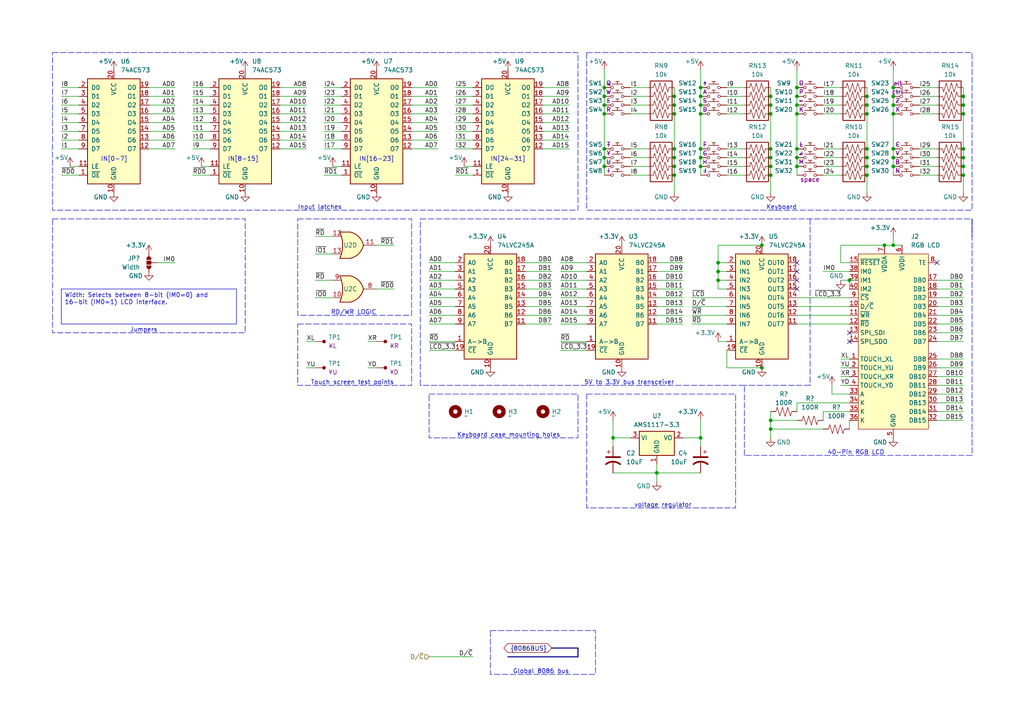
<source format=kicad_sch>
(kicad_sch (version 20230121) (generator eeschema)
  (paper "A4")
  (title_block (title "8086 computer") (date "2023.11.19") (rev "V1.3.0") (company "Eldad Hellerman") (comment 1 "Open Source: github.com/EldadHellerman/8086-computer"))
  (junction (at 231.14 45.72))
  (junction (at 259.08 45.72))
  (junction (at 195.58 48.26))
  (junction (at 251.46 33.02))
  (junction (at 223.52 45.72))
  (junction (at 203.2 25.4))
  (junction (at 279.4 48.26))
  (junction (at 195.58 33.02))
  (junction (at 223.52 48.26))
  (junction (at 231.14 43.18))
  (junction (at 220.98 71.12))
  (junction (at 203.2 48.26))
  (junction (at 203.2 27.94))
  (junction (at 231.14 27.94))
  (junction (at 231.14 30.48))
  (junction (at 259.08 30.48))
  (junction (at 175.26 43.18))
  (junction (at 259.08 48.26))
  (junction (at 256.54 71.12))
  (junction (at 223.52 50.8))
  (junction (at 259.08 71.12))
  (junction (at 223.52 30.48))
  (junction (at 251.46 27.94))
  (junction (at 220.98 106.68))
  (junction (at 175.26 27.94))
  (junction (at 246.38 81.28))
  (junction (at 259.08 27.94))
  (junction (at 231.14 48.26))
  (junction (at 195.58 43.18))
  (junction (at 223.52 121.92))
  (junction (at 195.58 50.8))
  (junction (at 175.26 25.4))
  (junction (at 223.52 124.46))
  (junction (at 279.4 30.48))
  (junction (at 203.2 30.48))
  (junction (at 175.26 48.26))
  (junction (at 203.2 33.02))
  (junction (at 177.8 127))
  (junction (at 203.2 127))
  (junction (at 251.46 50.8))
  (junction (at 279.4 27.94))
  (junction (at 223.52 27.94))
  (junction (at 195.58 27.94))
  (junction (at 231.14 25.4))
  (junction (at 251.46 43.18))
  (junction (at 223.52 43.18))
  (junction (at 259.08 43.18))
  (junction (at 175.26 45.72))
  (junction (at 251.46 48.26))
  (junction (at 190.5 137.16))
  (junction (at 223.52 33.02))
  (junction (at 259.08 25.4))
  (junction (at 279.4 33.02))
  (junction (at 259.08 33.02))
  (junction (at 279.4 50.8))
  (junction (at 195.58 45.72))
  (junction (at 279.4 43.18))
  (junction (at 279.4 45.72))
  (junction (at 251.46 45.72))
  (junction (at 208.28 78.74))
  (junction (at 195.58 30.48))
  (junction (at 175.26 33.02))
  (junction (at 251.46 30.48))
  (junction (at 175.26 30.48))
  (junction (at 203.2 43.18))
  (junction (at 231.14 33.02))
  (junction (at 208.28 76.2))
  (junction (at 203.2 45.72))
  (junction (at 208.28 81.28))
  (no_connect (at 231.14 81.28))
  (no_connect (at 231.14 83.82))
  (no_connect (at 231.14 78.74))
  (no_connect (at 271.78 76.2))
  (no_connect (at 246.38 99.06))
  (no_connect (at 246.38 96.52))
  (no_connect (at 231.14 76.2))
  (wire (pts (xy 132.08 86.36) (xy 124.46 86.36)))
  (wire (pts (xy 119.38 43.18) (xy 127 43.18)))
  (wire (pts (xy 91.44 86.36) (xy 96.52 86.36)))
  (wire (pts (xy 238.76 45.72) (xy 243.84 45.72)))
  (wire (pts (xy 182.88 48.26) (xy 187.96 48.26)))
  (wire (pts (xy 93.98 27.94) (xy 99.06 27.94)))
  (wire (pts (xy 137.16 30.48) (xy 132.08 30.48)))
  (wire (pts (xy 190.5 78.74) (xy 198.12 78.74)))
  (wire (pts (xy 200.66 93.98) (xy 210.82 93.98)))
  (wire (pts (xy 91.44 81.28) (xy 96.52 81.28)))
  (wire (pts (xy 190.5 83.82) (xy 198.12 83.82)))
  (polyline (pts (xy 281.94 132.08) (xy 215.9 132.08)) (stroke (width 0) (type dash)))
  (wire (pts (xy 175.26 45.72) (xy 175.26 48.26)))
  (wire (pts (xy 81.28 33.02) (xy 88.9 33.02)))
  (wire (pts (xy 132.08 78.74) (xy 124.46 78.74)))
  (wire (pts (xy 182.88 30.48) (xy 187.96 30.48)))
  (wire (pts (xy 106.68 106.68) (xy 109.22 106.68)))
  (bus (pts (xy 147.32 190.5) (xy 167.64 190.5)))
  (wire (pts (xy 60.96 43.18) (xy 55.88 43.18)))
  (wire (pts (xy 170.18 91.44) (xy 162.56 91.44)))
  (wire (pts (xy 182.88 25.4) (xy 187.96 25.4)))
  (wire (pts (xy 170.18 76.2) (xy 162.56 76.2)))
  (wire (pts (xy 238.76 50.8) (xy 243.84 50.8)))
  (wire (pts (xy 22.86 30.48) (xy 17.78 30.48)))
  (wire (pts (xy 132.08 91.44) (xy 124.46 91.44)))
  (wire (pts (xy 91.44 73.66) (xy 96.52 73.66)))
  (wire (pts (xy 195.58 43.18) (xy 195.58 45.72)))
  (wire (pts (xy 182.88 43.18) (xy 187.96 43.18)))
  (polyline (pts (xy 281.94 63.5) (xy 281.94 68.58)))
  (wire (pts (xy 238.76 78.74) (xy 246.38 78.74)))
  (wire (pts (xy 152.4 88.9) (xy 160.02 88.9)))
  (wire (pts (xy 55.88 50.8) (xy 60.96 50.8)))
  (wire (pts (xy 259.08 45.72) (xy 259.08 48.26)))
  (wire (pts (xy 58.42 48.26) (xy 60.96 48.26)))
  (wire (pts (xy 17.78 27.94) (xy 22.86 27.94)))
  (wire (pts (xy 60.96 38.1) (xy 55.88 38.1)))
  (wire (pts (xy 271.78 93.98) (xy 279.4 93.98)))
  (wire (pts (xy 251.46 50.8) (xy 251.46 55.88)))
  (wire (pts (xy 251.46 25.4) (xy 251.46 27.94)))
  (wire (pts (xy 93.98 25.4) (xy 99.06 25.4)))
  (wire (pts (xy 81.28 35.56) (xy 88.9 35.56)))
  (wire (pts (xy 157.48 43.18) (xy 165.1 43.18)))
  (wire (pts (xy 55.88 27.94) (xy 60.96 27.94)))
  (wire (pts (xy 251.46 33.02) (xy 251.46 43.18)))
  (wire (pts (xy 99.06 43.18) (xy 93.98 43.18)))
  (wire (pts (xy 259.08 20.32) (xy 259.08 25.4)))
  (wire (pts (xy 43.18 33.02) (xy 50.8 33.02)))
  (wire (pts (xy 259.08 43.18) (xy 259.08 45.72)))
  (wire (pts (xy 170.18 93.98) (xy 162.56 93.98)))
  (wire (pts (xy 43.18 25.4) (xy 50.8 25.4)))
  (wire (pts (xy 132.08 50.8) (xy 137.16 50.8)))
  (wire (pts (xy 271.78 121.92) (xy 279.4 121.92)))
  (wire (pts (xy 259.08 30.48) (xy 259.08 33.02)))
  (wire (pts (xy 203.2 25.4) (xy 203.2 27.94)))
  (wire (pts (xy 43.18 43.18) (xy 50.8 43.18)))
  (wire (pts (xy 203.2 45.72) (xy 203.2 48.26)))
  (wire (pts (xy 243.84 106.68) (xy 246.38 106.68)))
  (wire (pts (xy 231.14 27.94) (xy 231.14 30.48)))
  (wire (pts (xy 259.08 27.94) (xy 259.08 30.48)))
  (wire (pts (xy 266.7 48.26) (xy 271.78 48.26)))
  (wire (pts (xy 190.5 86.36) (xy 198.12 86.36)))
  (wire (pts (xy 93.98 33.02) (xy 99.06 33.02)))
  (wire (pts (xy 99.06 38.1) (xy 93.98 38.1)))
  (wire (pts (xy 279.4 25.4) (xy 279.4 27.94)))
  (wire (pts (xy 279.4 48.26) (xy 279.4 50.8)))
  (wire (pts (xy 259.08 33.02) (xy 259.08 43.18)))
  (wire (pts (xy 271.78 96.52) (xy 279.4 96.52)))
  (wire (pts (xy 203.2 33.02) (xy 203.2 43.18)))
  (wire (pts (xy 88.9 99.06) (xy 91.44 99.06)))
  (wire (pts (xy 45.72 76.2) (xy 50.8 76.2)))
  (wire (pts (xy 190.5 76.2) (xy 198.12 76.2)))
  (wire (pts (xy 279.4 30.48) (xy 279.4 33.02)))
  (wire (pts (xy 43.18 40.64) (xy 50.8 40.64)))
  (wire (pts (xy 91.44 68.58) (xy 96.52 68.58)))
  (wire (pts (xy 266.7 50.8) (xy 271.78 50.8)))
  (wire (pts (xy 266.7 30.48) (xy 271.78 30.48)))
  (wire (pts (xy 119.38 35.56) (xy 127 35.56)))
  (wire (pts (xy 55.88 25.4) (xy 60.96 25.4)))
  (wire (pts (xy 231.14 93.98) (xy 246.38 93.98)))
  (wire (pts (xy 231.14 20.32) (xy 231.14 25.4)))
  (wire (pts (xy 132.08 27.94) (xy 137.16 27.94)))
  (wire (pts (xy 195.58 27.94) (xy 195.58 30.48)))
  (wire (pts (xy 231.14 91.44) (xy 246.38 91.44)))
  (wire (pts (xy 119.38 27.94) (xy 127 27.94)))
  (wire (pts (xy 223.52 124.46) (xy 223.52 121.92)))
  (wire (pts (xy 162.56 99.06) (xy 170.18 99.06)))
  (wire (pts (xy 177.8 127) (xy 177.8 129.54)))
  (wire (pts (xy 279.4 43.18) (xy 279.4 45.72)))
  (wire (pts (xy 271.78 83.82) (xy 279.4 83.82)))
  (polyline (pts (xy 215.9 111.76) (xy 121.92 111.76)) (stroke (width 0) (type dash)))
  (wire (pts (xy 157.48 30.48) (xy 165.1 30.48)))
  (wire (pts (xy 132.08 93.98) (xy 124.46 93.98)))
  (wire (pts (xy 190.5 137.16) (xy 203.2 137.16)))
  (wire (pts (xy 243.84 71.12) (xy 256.54 71.12)))
  (wire (pts (xy 256.54 71.12) (xy 259.08 71.12)))
  (wire (pts (xy 162.56 101.6) (xy 170.18 101.6)))
  (wire (pts (xy 208.28 83.82) (xy 210.82 83.82)))
  (wire (pts (xy 157.48 27.94) (xy 165.1 27.94)))
  (wire (pts (xy 271.78 116.84) (xy 279.4 116.84)))
  (wire (pts (xy 223.52 119.38) (xy 223.52 121.92)))
  (wire (pts (xy 175.26 48.26) (xy 175.26 50.8)))
  (wire (pts (xy 119.38 38.1) (xy 127 38.1)))
  (wire (pts (xy 177.8 127) (xy 182.88 127)))
  (wire (pts (xy 175.26 33.02) (xy 175.26 43.18)))
  (wire (pts (xy 246.38 76.2) (xy 243.84 76.2)))
  (wire (pts (xy 195.58 33.02) (xy 195.58 43.18)))
  (wire (pts (xy 223.52 27.94) (xy 223.52 30.48)))
  (wire (pts (xy 93.98 50.8) (xy 99.06 50.8)))
  (wire (pts (xy 152.4 78.74) (xy 160.02 78.74)))
  (wire (pts (xy 271.78 109.22) (xy 279.4 109.22)))
  (wire (pts (xy 157.48 25.4) (xy 165.1 25.4)))
  (wire (pts (xy 231.14 33.02) (xy 231.14 43.18)))
  (bus (pts (xy 167.64 187.96) (xy 167.64 190.5)))
  (bus (pts (xy 160.02 187.96) (xy 167.64 187.96)))
  (wire (pts (xy 43.18 35.56) (xy 50.8 35.56)))
  (wire (pts (xy 119.38 30.48) (xy 127 30.48)))
  (wire (pts (xy 238.76 121.92) (xy 238.76 119.38)))
  (wire (pts (xy 109.22 83.82) (xy 114.3 83.82)))
  (wire (pts (xy 208.28 71.12) (xy 208.28 76.2)))
  (wire (pts (xy 152.4 91.44) (xy 160.02 91.44)))
  (wire (pts (xy 119.38 33.02) (xy 127 33.02)))
  (wire (pts (xy 271.78 114.3) (xy 279.4 114.3)))
  (wire (pts (xy 200.66 86.36) (xy 210.82 86.36)))
  (wire (pts (xy 17.78 25.4) (xy 22.86 25.4)))
  (wire (pts (xy 223.52 25.4) (xy 223.52 27.94)))
  (wire (pts (xy 203.2 43.18) (xy 203.2 45.72)))
  (wire (pts (xy 132.08 88.9) (xy 124.46 88.9)))
  (wire (pts (xy 152.4 83.82) (xy 160.02 83.82)))
  (wire (pts (xy 198.12 127) (xy 203.2 127)))
  (wire (pts (xy 266.7 43.18) (xy 271.78 43.18)))
  (wire (pts (xy 238.76 27.94) (xy 243.84 27.94)))
  (wire (pts (xy 106.68 99.06) (xy 109.22 99.06)))
  (wire (pts (xy 190.5 88.9) (xy 198.12 88.9)))
  (wire (pts (xy 210.82 25.4) (xy 215.9 25.4)))
  (wire (pts (xy 223.52 33.02) (xy 223.52 43.18)))
  (wire (pts (xy 243.84 104.14) (xy 246.38 104.14)))
  (wire (pts (xy 203.2 27.94) (xy 203.2 30.48)))
  (wire (pts (xy 170.18 83.82) (xy 162.56 83.82)))
  (wire (pts (xy 243.84 111.76) (xy 246.38 111.76)))
  (wire (pts (xy 20.32 48.26) (xy 22.86 48.26)))
  (wire (pts (xy 259.08 48.26) (xy 259.08 50.8)))
  (wire (pts (xy 266.7 33.02) (xy 271.78 33.02)))
  (wire (pts (xy 81.28 25.4) (xy 88.9 25.4)))
  (wire (pts (xy 271.78 81.28) (xy 279.4 81.28)))
  (polyline (pts (xy 215.9 132.08) (xy 215.9 111.76)) (stroke (width 0) (type dash)))
  (wire (pts (xy 17.78 50.8) (xy 22.86 50.8)))
  (wire (pts (xy 157.48 40.64) (xy 165.1 40.64)))
  (wire (pts (xy 81.28 43.18) (xy 88.9 43.18)))
  (wire (pts (xy 175.26 20.32) (xy 175.26 25.4)))
  (wire (pts (xy 124.46 190.5) (xy 137.16 190.5)))
  (wire (pts (xy 203.2 127) (xy 203.2 129.54)))
  (wire (pts (xy 271.78 111.76) (xy 279.4 111.76)))
  (wire (pts (xy 238.76 30.48) (xy 243.84 30.48)))
  (wire (pts (xy 271.78 119.38) (xy 279.4 119.38)))
  (wire (pts (xy 99.06 30.48) (xy 93.98 30.48)))
  (wire (pts (xy 231.14 43.18) (xy 231.14 45.72)))
  (wire (pts (xy 96.52 48.26) (xy 99.06 48.26)))
  (wire (pts (xy 195.58 25.4) (xy 195.58 27.94)))
  (wire (pts (xy 182.88 27.94) (xy 187.96 27.94)))
  (wire (pts (xy 170.18 88.9) (xy 162.56 88.9)))
  (wire (pts (xy 99.06 40.64) (xy 93.98 40.64)))
  (wire (pts (xy 22.86 40.64) (xy 17.78 40.64)))
  (wire (pts (xy 208.28 99.06) (xy 210.82 99.06)))
  (wire (pts (xy 223.52 45.72) (xy 223.52 48.26)))
  (wire (pts (xy 279.4 45.72) (xy 279.4 48.26)))
  (wire (pts (xy 195.58 30.48) (xy 195.58 33.02)))
  (wire (pts (xy 271.78 104.14) (xy 279.4 104.14)))
  (wire (pts (xy 175.26 30.48) (xy 175.26 33.02)))
  (wire (pts (xy 157.48 38.1) (xy 165.1 38.1)))
  (wire (pts (xy 231.14 86.36) (xy 246.38 86.36)))
  (wire (pts (xy 271.78 88.9) (xy 279.4 88.9)))
  (wire (pts (xy 251.46 30.48) (xy 251.46 33.02)))
  (wire (pts (xy 132.08 25.4) (xy 137.16 25.4)))
  (wire (pts (xy 157.48 33.02) (xy 165.1 33.02)))
  (wire (pts (xy 175.26 27.94) (xy 175.26 30.48)))
  (polyline (pts (xy 121.92 63.5) (xy 281.94 63.5)) (stroke (width 0) (type dash)))
  (wire (pts (xy 190.5 93.98) (xy 198.12 93.98)))
  (wire (pts (xy 81.28 27.94) (xy 88.9 27.94)))
  (wire (pts (xy 238.76 33.02) (xy 243.84 33.02)))
  (wire (pts (xy 190.5 81.28) (xy 198.12 81.28)))
  (wire (pts (xy 243.84 81.28) (xy 246.38 81.28)))
  (wire (pts (xy 210.82 101.6) (xy 210.82 106.68)))
  (wire (pts (xy 246.38 81.28) (xy 246.38 83.82)))
  (wire (pts (xy 81.28 40.64) (xy 88.9 40.64)))
  (wire (pts (xy 208.28 81.28) (xy 208.28 78.74)))
  (wire (pts (xy 231.14 116.84) (xy 246.38 116.84)))
  (wire (pts (xy 132.08 76.2) (xy 124.46 76.2)))
  (wire (pts (xy 60.96 30.48) (xy 55.88 30.48)))
  (wire (pts (xy 190.5 91.44) (xy 198.12 91.44)))
  (wire (pts (xy 266.7 25.4) (xy 271.78 25.4)))
  (wire (pts (xy 208.28 76.2) (xy 210.82 76.2)))
  (wire (pts (xy 182.88 50.8) (xy 187.96 50.8)))
  (wire (pts (xy 43.18 27.94) (xy 50.8 27.94)))
  (wire (pts (xy 251.46 48.26) (xy 251.46 50.8)))
  (wire (pts (xy 55.88 33.02) (xy 60.96 33.02)))
  (wire (pts (xy 175.26 25.4) (xy 175.26 27.94)))
  (wire (pts (xy 195.58 50.8) (xy 195.58 55.88)))
  (wire (pts (xy 231.14 119.38) (xy 231.14 116.84)))
  (wire (pts (xy 200.66 88.9) (xy 210.82 88.9)))
  (polyline (pts (xy 281.94 63.5) (xy 281.94 132.08)) (stroke (width 0) (type dash)))
  (wire (pts (xy 203.2 48.26) (xy 203.2 50.8)))
  (wire (pts (xy 210.82 43.18) (xy 215.9 43.18)))
  (wire (pts (xy 119.38 25.4) (xy 127 25.4)))
  (wire (pts (xy 238.76 119.38) (xy 246.38 119.38)))
  (wire (pts (xy 223.52 121.92) (xy 231.14 121.92)))
  (wire (pts (xy 238.76 25.4) (xy 243.84 25.4)))
  (wire (pts (xy 22.86 43.18) (xy 17.78 43.18)))
  (wire (pts (xy 259.08 71.12) (xy 261.62 71.12)))
  (wire (pts (xy 210.82 48.26) (xy 215.9 48.26)))
  (wire (pts (xy 271.78 99.06) (xy 279.4 99.06)))
  (wire (pts (xy 177.8 121.92) (xy 177.8 127)))
  (wire (pts (xy 152.4 81.28) (xy 160.02 81.28)))
  (wire (pts (xy 210.82 33.02) (xy 215.9 33.02)))
  (wire (pts (xy 109.22 71.12) (xy 114.3 71.12)))
  (polyline (pts (xy 234.95 63.5) (xy 234.95 111.76)) (stroke (width 0) (type dash)))
  (wire (pts (xy 152.4 76.2) (xy 160.02 76.2)))
  (wire (pts (xy 231.14 45.72) (xy 231.14 48.26)))
  (wire (pts (xy 238.76 48.26) (xy 243.84 48.26)))
  (wire (pts (xy 271.78 86.36) (xy 279.4 86.36)))
  (wire (pts (xy 200.66 91.44) (xy 210.82 91.44)))
  (polyline (pts (xy 121.92 111.76) (xy 121.92 63.5)) (stroke (width 0) (type dash)))
  (wire (pts (xy 195.58 45.72) (xy 195.58 48.26)))
  (wire (pts (xy 203.2 20.32) (xy 203.2 25.4)))
  (wire (pts (xy 182.88 33.02) (xy 187.96 33.02)))
  (wire (pts (xy 190.5 137.16) (xy 190.5 139.7)))
  (wire (pts (xy 170.18 78.74) (xy 162.56 78.74)))
  (wire (pts (xy 223.52 124.46) (xy 223.52 127)))
  (wire (pts (xy 208.28 81.28) (xy 210.82 81.28)))
  (wire (pts (xy 231.14 48.26) (xy 231.14 50.8)))
  (wire (pts (xy 190.5 134.62) (xy 190.5 137.16)))
  (wire (pts (xy 208.28 71.12) (xy 220.98 71.12)))
  (wire (pts (xy 132.08 35.56) (xy 137.16 35.56)))
  (wire (pts (xy 132.08 33.02) (xy 137.16 33.02)))
  (wire (pts (xy 231.14 30.48) (xy 231.14 33.02)))
  (wire (pts (xy 246.38 114.3) (xy 241.3 114.3)))
  (wire (pts (xy 251.46 43.18) (xy 251.46 45.72)))
  (wire (pts (xy 88.9 106.68) (xy 91.44 106.68)))
  (wire (pts (xy 241.3 111.76) (xy 241.3 114.3)))
  (wire (pts (xy 223.52 48.26) (xy 223.52 50.8)))
  (wire (pts (xy 243.84 76.2) (xy 243.84 71.12)))
  (wire (pts (xy 132.08 83.82) (xy 124.46 83.82)))
  (wire (pts (xy 93.98 35.56) (xy 99.06 35.56)))
  (wire (pts (xy 251.46 27.94) (xy 251.46 30.48)))
  (wire (pts (xy 231.14 25.4) (xy 231.14 27.94)))
  (wire (pts (xy 195.58 48.26) (xy 195.58 50.8)))
  (wire (pts (xy 208.28 78.74) (xy 208.28 76.2)))
  (wire (pts (xy 259.08 68.58) (xy 259.08 71.12)))
  (wire (pts (xy 223.52 55.88) (xy 223.52 50.8)))
  (wire (pts (xy 279.4 33.02) (xy 279.4 43.18)))
  (wire (pts (xy 175.26 43.18) (xy 175.26 45.72)))
  (wire (pts (xy 137.16 38.1) (xy 132.08 38.1)))
  (wire (pts (xy 223.52 43.18) (xy 223.52 45.72)))
  (wire (pts (xy 170.18 86.36) (xy 162.56 86.36)))
  (wire (pts (xy 210.82 45.72) (xy 215.9 45.72)))
  (wire (pts (xy 223.52 30.48) (xy 223.52 33.02)))
  (wire (pts (xy 60.96 40.64) (xy 55.88 40.64)))
  (wire (pts (xy 259.08 25.4) (xy 259.08 27.94)))
  (wire (pts (xy 266.7 27.94) (xy 271.78 27.94)))
  (wire (pts (xy 17.78 35.56) (xy 22.86 35.56)))
  (wire (pts (xy 170.18 81.28) (xy 162.56 81.28)))
  (wire (pts (xy 223.52 124.46) (xy 238.76 124.46)))
  (wire (pts (xy 55.88 35.56) (xy 60.96 35.56)))
  (wire (pts (xy 231.14 88.9) (xy 246.38 88.9)))
  (wire (pts (xy 266.7 45.72) (xy 271.78 45.72)))
  (wire (pts (xy 208.28 81.28) (xy 208.28 83.82)))
  (wire (pts (xy 243.84 109.22) (xy 246.38 109.22)))
  (wire (pts (xy 246.38 124.46) (xy 246.38 121.92)))
  (wire (pts (xy 208.28 78.74) (xy 210.82 78.74)))
  (wire (pts (xy 124.46 101.6) (xy 132.08 101.6)))
  (wire (pts (xy 271.78 106.68) (xy 279.4 106.68)))
  (wire (pts (xy 43.18 38.1) (xy 50.8 38.1)))
  (wire (pts (xy 210.82 106.68) (xy 220.98 106.68)))
  (wire (pts (xy 182.88 45.72) (xy 187.96 45.72)))
  (wire (pts (xy 81.28 30.48) (xy 88.9 30.48)))
  (wire (pts (xy 210.82 27.94) (xy 215.9 27.94)))
  (wire (pts (xy 279.4 50.8) (xy 279.4 55.88)))
  (wire (pts (xy 43.18 30.48) (xy 50.8 30.48)))
  (wire (pts (xy 279.4 27.94) (xy 279.4 30.48)))
  (wire (pts (xy 119.38 40.64) (xy 127 40.64)))
  (wire (pts (xy 157.48 35.56) (xy 165.1 35.56)))
  (wire (pts (xy 124.46 99.06) (xy 132.08 99.06)))
  (wire (pts (xy 22.86 38.1) (xy 17.78 38.1)))
  (wire (pts (xy 81.28 38.1) (xy 88.9 38.1)))
  (wire (pts (xy 238.76 43.18) (xy 243.84 43.18)))
  (wire (pts (xy 134.62 48.26) (xy 137.16 48.26)))
  (wire (pts (xy 210.82 30.48) (xy 215.9 30.48)))
  (wire (pts (xy 271.78 91.44) (xy 279.4 91.44)))
  (wire (pts (xy 17.78 33.02) (xy 22.86 33.02)))
  (wire (pts (xy 152.4 86.36) (xy 160.02 86.36)))
  (wire (pts (xy 210.82 50.8) (xy 215.9 50.8)))
  (wire (pts (xy 132.08 81.28) (xy 124.46 81.28)))
  (wire (pts (xy 152.4 93.98) (xy 160.02 93.98)))
  (wire (pts (xy 137.16 40.64) (xy 132.08 40.64)))
  (wire (pts (xy 137.16 43.18) (xy 132.08 43.18)))
  (wire (pts (xy 203.2 30.48) (xy 203.2 33.02)))
  (wire (pts (xy 203.2 121.92) (xy 203.2 127)))
  (wire (pts (xy 251.46 45.72) (xy 251.46 48.26)))
  (wire (pts (xy 177.8 137.16) (xy 190.5 137.16)))
  (polyline (pts (xy 234.95 111.76) (xy 215.9 111.76)) (stroke (width 0) (type dash)))
  (rectangle (start 86.36 63.5) (end 119.38 91.44) (stroke (width 0) (type dash)))
  (rectangle (start 142.24 182.88) (end 172.72 195.58) (stroke (width 0) (type dash)))
  (rectangle (start 15.24 63.5) (end 71.12 96.52) (stroke (width 0) (type dash)))
  (rectangle (start 124.46 114.3) (end 167.64 127) (stroke (width 0) (type dash)))
  (rectangle (start 86.36 93.98) (end 119.38 111.76) (stroke (width 0) (type dash)))
  (rectangle (start 170.18 114.3) (end 213.36 147.32) (stroke (width 0) (type dash)))
  (rectangle (start 15.24 15.24) (end 167.64 60.96) (stroke (width 0) (type dash)))
  (rectangle (start 170.18 15.24) (end 281.94 60.96) (stroke (width 0) (type dash)))
  (text_box "Width: Selects between 8-bit (IM0=0) and 16-bit (IM0=1) LCD interface." (at 17.78 83.82 0) (size 50.8 10.16) (effects (font (size 1.27 1.27)) (justify left top)))
  (text "5V to 3.3V bus transceiver" (at 195.58 111.76 0) (effects (font (size 1.27 1.27)) (justify right bottom)))
  (text "Global 8086 bus" (at 165.1 195.58 0) (effects (font (size 1.27 1.27)) (justify right bottom)))
  (text "Touch screen test points" (at 114.3 111.76 0) (effects (font (size 1.27 1.27)) (justify right bottom)))
  (text "voltage regulator" (at 200.66 147.32 0) (effects (font (size 1.27 1.27)) (justify right bottom)))
  (text "Keyboard" (at 231.14 60.96 0) (effects (font (size 1.27 1.27)) (justify right bottom)))
  (text "IN[16-23]" (at 104.14 46.99 0) (effects (font (size 1.27 1.27)) (justify left bottom)))
  (text "IN[24-31]" (at 142.24 46.99 0) (effects (font (size 1.27 1.27)) (justify left bottom)))
  (text "Input latches" (at 86.36 60.96 0) (effects (font (size 1.27 1.27)) (justify left bottom)))
  (text "Keyboard case mounting holes" (at 162.56 127 0) (effects (font (size 1.27 1.27)) (justify right bottom)))
  (text "IN[8-15]" (at 66.04 46.99 0) (effects (font (size 1.27 1.27)) (justify left bottom)))
  (text "IN[0-7]" (at 29.21 46.99 0) (effects (font (size 1.27 1.27)) (justify left bottom)))
  (text "RD/WR LOGIC" (at 109.22 91.44 0) (effects (font (size 1.27 1.27)) (justify right bottom)))
  (text "Jumpers" (at 45.72 96.52 0) (effects (font (size 1.27 1.27)) (justify right bottom)))
  (text "40-Pin RGB LCD" (at 256.54 132.08 0) (effects (font (size 1.27 1.27)) (justify right bottom)))
  (label "~{RD}" (at 162.56 99.06 0))
  (label "~{RD}" (at 124.46 99.06 0))
  (label "AD13" (at 88.9 38.1 180))
  (label "I29" (at 132.08 35.56 0))
  (label "AD8" (at 165.1 25.4 180))
  (label "AD2" (at 127 30.48 180))
  (label "DB0" (at 279.4 81.28 180))
  (label "I25" (at 266.7 25.4 0))
  (label "I12" (at 55.88 35.56 0))
  (label "AD11" (at 162.56 83.82 0))
  (label "~{RD1}" (at 93.98 50.8 0))
  (label "I8" (at 17.78 25.4 0))
  (label "IM0" (at 238.76 78.74 0))
  (label "~{RD0}" (at 17.78 50.8 0))
  (label "~{RD}" (at 91.44 68.58 0))
  (label "I15" (at 55.88 27.94 0))
  (label "AD2" (at 124.46 81.28 0))
  (label "I4" (at 182.88 33.02 0))
  (label "I5" (at 182.88 43.18 0))
  (label "~{RD0}" (at 55.88 50.8 0))
  (label "DB0" (at 160.02 76.2 180))
  (label "AD1" (at 124.46 78.74 0))
  (label "I7" (at 182.88 48.26 0))
  (label "DB6" (at 160.02 91.44 180))
  (label "I2" (at 182.88 27.94 0))
  (label "I3" (at 17.78 38.1 0))
  (label "AD15" (at 88.9 43.18 180))
  (label "DB11" (at 279.4 111.76 180))
  (label "I3" (at 182.88 30.48 0))
  (label "AD11" (at 165.1 33.02 180))
  (label "XR" (at 106.68 99.06 0))
  (label "~{IO1}" (at 91.44 73.66 0))
  (label "DB3" (at 279.4 88.9 180))
  (label "AD5" (at 50.8 38.1 180))
  (label "I9" (at 55.88 43.18 0))
  (label "~{LCD_3.3}" (at 124.46 101.6 0))
  (label "AD10" (at 162.56 81.28 0))
  (label "I20" (at 93.98 35.56 0))
  (label "I22" (at 238.76 45.72 0))
  (label "I1" (at 17.78 43.18 0))
  (label "I27" (at 266.7 30.48 0))
  (label "DB10" (at 279.4 109.22 180))
  (label "I21" (at 238.76 43.18 0))
  (label "I30" (at 132.08 38.1 0))
  (label "DB2" (at 279.4 86.36 180))
  (label "AD0" (at 127 25.4 180))
  (label "I15" (at 210.82 48.26 0))
  (label "I28" (at 132.08 33.02 0))
  (label "DB4" (at 160.02 86.36 180))
  (label "I10" (at 55.88 40.64 0))
  (label "~{IO0}" (at 91.44 86.36 0))
  (label "I16" (at 210.82 50.8 0))
  (label "XR" (at 243.84 109.22 0))
  (label "DB11" (at 198.12 83.82 180))
  (label "AD8" (at 162.56 76.2 0))
  (label "AD6" (at 127 40.64 180))
  (label "I19" (at 238.76 30.48 0))
  (label "I17" (at 238.76 25.4 0))
  (label "~{WR}" (at 200.66 91.44 0))
  (label "I11" (at 55.88 38.1 0))
  (label "I31" (at 266.7 48.26 0))
  (label "I24" (at 238.76 50.8 0))
  (label "~{RD0}" (at 114.3 83.82 180))
  (label "I30" (at 266.7 45.72 0))
  (label "I7" (at 17.78 27.94 0))
  (label "XL" (at 243.84 104.14 0))
  (label "AD7" (at 124.46 93.98 0))
  (label "I16" (at 55.88 25.4 0))
  (label "AD9" (at 162.56 78.74 0))
  (label "~{RD1}" (at 114.3 71.12 180))
  (label "DB12" (at 198.12 86.36 180))
  (label "I24" (at 93.98 25.4 0))
  (label "DB4" (at 279.4 91.44 180))
  (label "AD13" (at 165.1 38.1 180))
  (label "~{RD}" (at 91.44 81.28 0))
  (label "I26" (at 266.7 27.94 0))
  (label "I8" (at 182.88 50.8 0))
  (label "AD10" (at 165.1 30.48 180))
  (label "I18" (at 238.76 27.94 0))
  (label "AD2" (at 50.8 30.48 180))
  (label "I32" (at 266.7 50.8 0))
  (label "AD8" (at 88.9 25.4 180))
  (label "I20" (at 238.76 33.02 0))
  (label "YU" (at 243.84 106.68 0))
  (label "AD4" (at 124.46 86.36 0))
  (label "AD7" (at 127 43.18 180))
  (label "IM0" (at 50.8 76.2 180))
  (label "DB1" (at 279.4 83.82 180))
  (label "I23" (at 93.98 27.94 0))
  (label "I22" (at 93.98 30.48 0))
  (label "I27" (at 132.08 30.48 0))
  (label "~{RD}" (at 200.66 93.98 0))
  (label "DB6" (at 279.4 96.52 180))
  (label "AD15" (at 165.1 43.18 180))
  (label "AD10" (at 88.9 30.48 180))
  (label "I6" (at 17.78 30.48 0))
  (label "DB13" (at 279.4 116.84 180))
  (label "DB5" (at 279.4 93.98 180))
  (label "AD6" (at 124.46 91.44 0))
  (label "I28" (at 266.7 33.02 0))
  (label "D{slash}~{C}" (at 137.16 190.5 180))
  (label "I32" (at 132.08 43.18 0))
  (label "DB10" (at 198.12 81.28 180))
  (label "AD0" (at 50.8 25.4 180))
  (label "YD" (at 106.68 106.68 0))
  (label "AD3" (at 50.8 33.02 180))
  (label "DB13" (at 198.12 88.9 180))
  (label "AD12" (at 165.1 35.56 180))
  (label "AD5" (at 124.46 88.9 0))
  (label "AD3" (at 124.46 83.82 0))
  (label "I2" (at 17.78 40.64 0))
  (label "I10" (at 210.82 27.94 0))
  (label "I5" (at 17.78 33.02 0))
  (label "~{LCD}" (at 200.66 86.36 0))
  (label "I11" (at 210.82 30.48 0))
  (label "AD13" (at 162.56 88.9 0))
  (label "I14" (at 55.88 30.48 0))
  (label "I1" (at 182.88 25.4 0))
  (label "DB7" (at 279.4 99.06 180))
  (label "AD11" (at 88.9 33.02 180))
  (label "AD0" (at 124.46 76.2 0))
  (label "DB7" (at 160.02 93.98 180))
  (label "DB8" (at 198.12 76.2 180))
  (label "~{RD1}" (at 132.08 50.8 0))
  (label "AD12" (at 88.9 35.56 180))
  (label "DB14" (at 279.4 119.38 180))
  (label "AD14" (at 165.1 40.64 180))
  (label "DB3" (at 160.02 83.82 180))
  (label "I23" (at 238.76 48.26 0))
  (label "I29" (at 266.7 43.18 0))
  (label "YU" (at 88.9 106.68 0))
  (label "I31" (at 132.08 40.64 0))
  (label "DB8" (at 279.4 104.14 180))
  (label "I12" (at 210.82 33.02 0))
  (label "I13" (at 210.82 43.18 0))
  (label "DB1" (at 160.02 78.74 180))
  (label "AD7" (at 50.8 43.18 180))
  (label "XL" (at 88.9 99.06 0))
  (label "AD4" (at 50.8 35.56 180))
  (label "AD6" (at 50.8 40.64 180))
  (label "I6" (at 182.88 45.72 0))
  (label "DB15" (at 198.12 93.98 180))
  (label "DB15" (at 279.4 121.92 180))
  (label "DB9" (at 198.12 78.74 180))
  (label "AD9" (at 165.1 27.94 180))
  (label "I21" (at 93.98 33.02 0))
  (label "AD14" (at 88.9 40.64 180))
  (label "I26" (at 132.08 27.94 0))
  (label "D{slash}~{C}" (at 200.66 88.9 0))
  (label "AD1" (at 127 27.94 180))
  (label "DB5" (at 160.02 88.9 180))
  (label "AD14" (at 162.56 91.44 0))
  (label "DB9" (at 279.4 106.68 180))
  (label "~{LCD_3.3}" (at 236.22 86.36 0))
  (label "AD4" (at 127 35.56 180))
  (label "AD12" (at 162.56 86.36 0))
  (label "I19" (at 93.98 38.1 0))
  (label "I17" (at 93.98 43.18 0))
  (label "I25" (at 132.08 25.4 0))
  (label "I4" (at 17.78 35.56 0))
  (label "DB2" (at 160.02 81.28 180))
  (label "I18" (at 93.98 40.64 0))
  (label "I13" (at 55.88 33.02 0))
  (label "AD1" (at 50.8 27.94 180))
  (label "AD5" (at 127 38.1 180))
  (label "I9" (at 210.82 25.4 0))
  (label "DB14" (at 198.12 91.44 180))
  (label "AD15" (at 162.56 93.98 0))
  (label "AD3" (at 127 33.02 180))
  (label "I14" (at 210.82 45.72 0))
  (label "AD9" (at 88.9 27.94 180))
  (label "~{LCD_3.3}" (at 162.56 101.6 0))
  (label "DB12" (at 279.4 114.3 180))
  (label "YD" (at 243.84 111.76 0))
  (global_label "{8086BUS}" (shape bidirectional) (at 160.02 187.96 180) (property "Intersheetrefs" "${INTERSHEET_REFS}" (effects hide)))
  (hierarchical_label "D{slash}~{C}" (shape input) (at 124.46 190.5 180))
  (symbol (lib_id "8086PC:TestPoint") (at 111.76 99.06 180) (unit 1) (in_bom no)
    (property "Reference" "TP1" (at 113.03 97.79 0) (effects (justify right)))
    (property "Value" "~" (at 113.03 100.33 0) (effects (justify right)))
    (property "Footprint" "TestPoint:TestPoint_Pad_1.5x1.5mm" (effects hide))
    (property "Signal" "XR" (at 113.03 100.33 0) (effects (justify right)))
    (instances (project "8086 board" (path "" (reference "TP1") (unit 1)) (path "" (reference "TP1") (unit 1)) (path "" (reference "TP4") (unit 1))))
  )
  (symbol (lib_id "Mechanical:MountingHole") (at 144.78 119.38 0) (unit 1) (in_bom no)
    (property "Reference" "H3" (at 147.32 119.38 0) (effects (justify left)))
    (property "Value" "~" (at 147.32 120.65 0) (effects (justify left)))
    (property "Footprint" "MountingHole:MountingHole_3.2mm_M3_DIN965" (effects hide))
    (instances (project "8086 board" (path "" (reference "H3") (unit 1)) (path "" (reference "H2") (unit 1))))
  )
  (symbol (lib_id "8086PC:SW_Push") (at 205.74 43.18 0) (unit 1)
    (property "Reference" "SW16" (at 199.39 41.91 0))
    (property "Value" "~" (at 204.47 41.91 0))
    (property "Footprint" "8086PC:SW_Push_6x6x5mm" (effects hide))
    (property "Key" "F" (at 204.47 41.91 0))
  )
  (symbol (lib_id "power:+3.3V") (at 208.28 99.06 0) (unit 1)
    (property "Reference" "#PWR05" (effects hide))
    (property "Value" "+3.3V" (at 204.47 96.52 0))
  )
  (symbol (lib_id "Regulator_Linear:AMS1117-3.3") (at 190.5 127 0) (unit 1)
    (property "Reference" "U?" (at 190.5 120.65 0))
    (property "Value" "AMS1117-3.3" (at 190.5 123.19 0))
    (property "Footprint" "Package_TO_SOT_SMD:SOT-223-3_TabPin2" (effects hide))
    (property "Datasheet" "http://www.advanced-monolithic.com/pdf/ds1117.pdf" (effects hide))
    (instances (project "8086 board" (path "" (reference "U?") (unit 1)) (path "" (reference "U2") (unit 1)) (path "" (reference "U3") (unit 1))))
  )
  (symbol (lib_id "power:+3.3V") (at 220.98 71.12 0) (unit 1)
    (property "Reference" "#PWR04" (effects hide))
    (property "Value" "+3.3V" (at 217.17 68.58 0))
  )
  (symbol (lib_id "power:GND") (at 220.98 106.68 0) (unit 1)
    (property "Reference" "#PWR01" (effects hide))
    (property "Value" "GND" (at 217.17 107.95 0))
  )
  (symbol (lib_id "Device:C_Polarized_US") (at 177.8 133.35 0) (unit 1)
    (property "Reference" "C2" (at 181.61 131.445 0) (effects (justify left)))
    (property "Value" "10uF" (at 181.61 133.985 0) (effects (justify left)))
    (property "Footprint" "Capacitor_SMD:C_0603_1608Metric_Pad1.08x0.95mm_HandSolder" (effects hide))
    (instances (project "8086 board" (path "" (reference "C2") (unit 1)) (path "" (reference "C1") (unit 1))))
  )
  (symbol (lib_id "power:GND") (at 142.24 106.68 0) (unit 1)
    (property "Reference" "#PWR06" (effects hide))
    (property "Value" "GND" (at 138.43 107.95 0))
  )
  (symbol (lib_id "8086PC:R_Array_4") (at 193.04 48.26 180) (unit 1)
    (property "Reference" "RN8" (at 191.77 36.83 0))
    (property "Value" "10k" (at 191.77 39.37 0))
    (property "Footprint" "Resistor_SMD:R_Array_Concave_4x0603" (effects hide))
  )
  (symbol (lib_id "8086PC:74AC573") (at 147.32 38.1 0) (unit 1)
    (property "Reference" "U9" (at 149.2759 17.78 0) (effects (justify left)))
    (property "Value" "74AC573" (at 149.2759 20.32 0) (effects (justify left)))
    (property "Footprint" "Package_SO:TSSOP-20_4.4x6.5mm_P0.65mm" (effects hide))
    (property "Datasheet" "https://assets.nexperia.com/documents/data-sheet/74HC_HCT573.pdf" (effects hide))
  )
  (symbol (lib_id "power:+5V") (at 147.32 20.32 0) (unit 1)
    (property "Reference" "#PWR0193" (effects hide))
    (property "Value" "+5V" (at 144.78 17.78 0))
  )
  (symbol (lib_id "power:GND") (at 243.84 81.28 0) (unit 1)
    (property "Reference" "#PWR010" (effects hide))
    (property "Value" "GND" (at 242.57 80.01 0))
  )
  (symbol (lib_id "8086PC:SW_Push") (at 233.68 50.8 0) (unit 1)
    (property "Reference" "SW32" (at 227.33 49.53 0))
    (property "Value" "~" (at 234.95 52.07 0))
    (property "Footprint" "8086PC:SW_Push_6x6x5mm" (effects hide))
    (property "Key" "space" (at 234.95 52.07 0))
  )
  (symbol (lib_id "8086PC:SW_Push") (at 180.34 45.72 0) (mirror y) (unit 1)
    (property "Reference" "SW6" (at 172.72 44.45 0))
    (property "Value" "~" (at 176.53 44.45 0))
    (property "Footprint" "8086PC:SW_Push_6x6x5mm" (effects hide))
    (property "Key" "Y" (at 176.53 44.45 0))
  )
  (symbol (lib_id "8086PC:74LVC245A") (at 142.24 88.9 0) (unit 1)
    (property "Reference" "U4" (at 144.1959 68.58 0) (effects (justify left)))
    (property "Value" "74LVC245A" (at 144.1959 71.12 0) (effects (justify left)))
    (property "Footprint" "Package_SO:TSSOP-20_4.4x6.5mm_P0.65mm" (effects hide))
    (property "Datasheet" "www.ti.com/lit/ds/symlink/sn74lvc245a.pdf" (effects hide))
  )
  (symbol (lib_id "8086PC:SW_Push") (at 261.62 30.48 0) (unit 1)
    (property "Reference" "SW25" (at 255.27 29.21 0))
    (property "Value" "~" (at 260.35 29.21 0))
    (property "Footprint" "8086PC:SW_Push_6x6x5mm" (effects hide))
    (property "Key" "Z" (at 260.35 29.21 0))
  )
  (symbol (lib_id "8086PC:R") (at 241.3 124.46 0) (unit 1)
    (property "Reference" "R?" (at 242.57 118.11 0))
    (property "Value" "100R" (at 242.57 120.65 0))
    (property "Footprint" "Resistor_SMD:R_0603_1608Metric_Pad0.98x0.95mm_HandSolder" (effects hide))
    (instances (project "8086 board" (path "" (reference "R?") (unit 1)) (path "" (reference "R1") (unit 1))))
  )
  (symbol (lib_id "8086PC:SW_Push") (at 261.62 25.4 0) (unit 1)
    (property "Reference" "SW23" (at 255.27 24.13 0))
    (property "Value" "~" (at 260.35 24.13 0))
    (property "Footprint" "8086PC:SW_Push_6x6x5mm" (effects hide))
    (property "Key" "alt" (at 260.35 24.13 0))
  )
  (symbol (lib_id "power:+3.3V") (at 259.08 68.58 0) (unit 1)
    (property "Reference" "#PWR0173" (effects hide))
    (property "Value" "+3.3V" (at 255.27 66.04 0))
  )
  (symbol (lib_id "8086PC:74AC573") (at 33.02 38.1 0) (unit 1)
    (property "Reference" "U6" (at 34.9759 17.78 0) (effects (justify left)))
    (property "Value" "74AC573" (at 34.9759 20.32 0) (effects (justify left)))
    (property "Footprint" "Package_SO:TSSOP-20_4.4x6.5mm_P0.65mm" (effects hide))
    (property "Datasheet" "https://assets.nexperia.com/documents/data-sheet/74HC_HCT573.pdf" (effects hide))
  )
  (symbol (lib_id "power:+5V") (at 231.14 20.32 0) (unit 1)
    (property "Reference" "#PWR0188" (effects hide))
    (property "Value" "+5V" (at 228.6 17.78 0))
  )
  (symbol (lib_id "8086PC:SW_Push") (at 177.8 48.26 0) (unit 1)
    (property "Reference" "SW7" (at 172.72 46.99 0))
    (property "Value" "~" (at 176.53 46.99 0))
    (property "Footprint" "8086PC:SW_Push_6x6x5mm" (effects hide))
    (property "Key" "U" (at 176.53 46.99 0))
  )
  (symbol (lib_id "power:+5V") (at 20.32 48.26 0) (unit 1)
    (property "Reference" "#PWR0195" (effects hide))
    (property "Value" "+5V" (at 17.78 45.72 0))
  )
  (symbol (lib_id "8086PC:SW_Push") (at 261.62 48.26 0) (unit 1)
    (property "Reference" "SW29" (at 255.27 46.99 0))
    (property "Value" "~" (at 260.35 46.99 0))
    (property "Footprint" "8086PC:SW_Push_6x6x5mm" (effects hide))
    (property "Key" "B" (at 260.35 46.99 0))
  )
  (symbol (lib_id "power:GND") (at 223.52 127 0) (mirror y) (unit 1)
    (property "Reference" "#PWR0175" (effects hide))
    (property "Value" "GND" (at 227.33 128.27 0))
  )
  (symbol (lib_id "8086PC:74AC573") (at 71.12 38.1 0) (unit 1)
    (property "Reference" "U8" (at 73.0759 17.78 0) (effects (justify left)))
    (property "Value" "74AC573" (at 73.0759 20.32 0) (effects (justify left)))
    (property "Footprint" "Package_SO:TSSOP-20_4.4x6.5mm_P0.65mm" (effects hide))
    (property "Datasheet" "https://assets.nexperia.com/documents/data-sheet/74HC_HCT573.pdf" (effects hide))
  )
  (symbol (lib_id "power:+5V") (at 259.08 20.32 0) (unit 1)
    (property "Reference" "#PWR0189" (effects hide))
    (property "Value" "+5V" (at 256.54 17.78 0))
  )
  (symbol (lib_id "8086PC:SW_Push") (at 236.22 27.94 0) (mirror y) (unit 1)
    (property "Reference" "SW10" (at 227.33 26.67 0))
    (property "Value" "~" (at 232.41 26.67 0))
    (property "Footprint" "8086PC:SW_Push_6x6x5mm" (effects hide))
    (property "Key" "P" (at 232.41 26.67 0))
  )
  (symbol (lib_id "power:GND") (at 223.52 55.88 0) (unit 1)
    (property "Reference" "#PWR0169" (effects hide))
    (property "Value" "GND" (at 219.71 57.15 0))
  )
  (symbol (lib_id "8086PC:SW_Push") (at 205.74 48.26 0) (unit 1)
    (property "Reference" "SW18" (at 199.39 46.99 0))
    (property "Value" "~" (at 204.47 46.99 0))
    (property "Footprint" "8086PC:SW_Push_6x6x5mm" (effects hide))
    (property "Key" "H" (at 204.47 46.99 0))
  )
  (symbol (lib_id "8086PC:SW_Push") (at 233.68 45.72 0) (unit 1)
    (property "Reference" "SW22" (at 227.33 44.45 0))
    (property "Value" "~" (at 232.41 44.45 0))
    (property "Footprint" "8086PC:SW_Push_6x6x5mm" (effects hide))
    (property "Key" "↲" (at 232.41 44.45 0))
  )
  (symbol (lib_id "8086PC:R_Array_4") (at 274.32 48.26 0) (mirror x) (unit 1)
    (property "Reference" "RN15" (at 275.59 36.83 0))
    (property "Value" "10k" (at 275.59 39.37 0))
    (property "Footprint" "Resistor_SMD:R_Array_Concave_4x0603" (effects hide))
  )
  (symbol (lib_id "power:+5V") (at 241.3 111.76 0) (unit 1)
    (property "Reference" "#PWR029" (effects hide))
    (property "Value" "+5V" (at 238.76 109.22 0))
  )
  (symbol (lib_id "8086PC:SW_Push") (at 180.34 33.02 0) (mirror y) (unit 1)
    (property "Reference" "SW4" (at 172.72 31.75 0))
    (property "Value" "~" (at 176.53 31.75 0))
    (property "Footprint" "8086PC:SW_Push_6x6x5mm" (effects hide))
    (property "Key" "R" (at 176.53 31.75 0))
  )
  (symbol (lib_id "8086PC:TestPoint") (at 93.98 99.06 180) (unit 1) (in_bom no)
    (property "Reference" "TP1" (at 95.25 97.79 0) (effects (justify right)))
    (property "Value" "~" (at 95.25 100.33 0) (effects (justify right)))
    (property "Footprint" "TestPoint:TestPoint_Pad_1.5x1.5mm" (effects hide))
    (property "Signal" "XL" (at 95.25 100.33 0) (effects (justify right)))
    (instances (project "8086 board" (path "" (reference "TP1") (unit 1)) (path "" (reference "TP1") (unit 1)) (path "" (reference "TP3") (unit 1))))
  )
  (symbol (lib_id "power:+5V") (at 203.2 20.32 0) (unit 1)
    (property "Reference" "#PWR0187" (effects hide))
    (property "Value" "+5V" (at 200.66 17.78 0))
  )
  (symbol (lib_id "8086PC:SW_Push") (at 180.34 50.8 0) (mirror y) (unit 1)
    (property "Reference" "SW8" (at 172.72 49.53 0))
    (property "Value" "~" (at 176.53 49.53 0))
    (property "Footprint" "8086PC:SW_Push_6x6x5mm" (effects hide))
    (property "Key" "I" (at 176.53 49.53 0))
  )
  (symbol (lib_id "power:+5V") (at 96.52 48.26 0) (unit 1)
    (property "Reference" "#PWR0183" (effects hide))
    (property "Value" "+5V" (at 93.98 45.72 0))
  )
  (symbol (lib_id "power:GND") (at 180.34 106.68 0) (unit 1)
    (property "Reference" "#PWR07" (effects hide))
    (property "Value" "GND" (at 176.53 107.95 0))
  )
  (symbol (lib_id "8086PC:SW_Push") (at 233.68 25.4 0) (unit 1)
    (property "Reference" "SW9" (at 227.33 24.13 0))
    (property "Value" "~" (at 232.41 24.13 0))
    (property "Footprint" "8086PC:SW_Push_6x6x5mm" (effects hide))
    (property "Key" "O" (at 232.41 24.13 0))
  )
  (symbol (lib_id "power:GND") (at 279.4 55.88 0) (unit 1)
    (property "Reference" "#PWR0166" (effects hide))
    (property "Value" "GND" (at 275.59 57.15 0))
  )
  (symbol (lib_id "power:GND") (at 109.22 55.88 0) (unit 1)
    (property "Reference" "#PWR0198" (effects hide))
    (property "Value" "GND" (at 105.41 57.15 0))
  )
  (symbol (lib_id "power:GND") (at 195.58 55.88 0) (unit 1)
    (property "Reference" "#PWR0168" (effects hide))
    (property "Value" "GND" (at 191.77 57.15 0))
  )
  (symbol (lib_id "8086PC:74HC32") (at 101.6 71.12 0) (unit 4)
    (property "Reference" "U2" (at 101.6 71.12 0))
    (property "Value" "74HC32" (effects hide))
    (property "Footprint" "Package_SO:TSSOP-14_4.4x5mm_P0.65mm" (effects hide))
    (property "Datasheet" "https://assets.nexperia.com/documents/data-sheet/74HC_HCT32.pdf" (effects hide))
    (instances (project "8086 board" (path "" (reference "U2") (unit 4)) (path "" (reference "U2") (unit 4)) (path "" (reference "U22") (unit 4))))
  )
  (symbol (lib_id "power:+5V") (at 33.02 20.32 0) (unit 1)
    (property "Reference" "#PWR0178" (effects hide))
    (property "Value" "+5V" (at 30.48 17.78 0))
  )
  (symbol (lib_id "power:GND") (at 43.18 78.74 0) (unit 1)
    (property "Reference" "#PWR0172" (effects hide))
    (property "Value" "GND" (at 39.37 80.01 0))
  )
  (symbol (lib_id "power:+5V") (at 109.22 20.32 0) (unit 1)
    (property "Reference" "#PWR0201" (effects hide))
    (property "Value" "+5V" (at 106.68 17.78 0))
  )
  (symbol (lib_id "8086PC:SW_Push") (at 233.68 30.48 0) (unit 1)
    (property "Reference" "SW11" (at 227.33 29.21 0))
    (property "Value" "~" (at 232.41 29.21 0))
    (property "Footprint" "8086PC:SW_Push_6x6x5mm" (effects hide))
    (property "Key" "←" (at 232.41 29.21 0))
  )
  (symbol (lib_id "8086PC:SW_Push") (at 177.8 30.48 0) (unit 1)
    (property "Reference" "SW3" (at 172.72 29.21 0))
    (property "Value" "~" (at 176.53 29.21 0))
    (property "Footprint" "8086PC:SW_Push_6x6x5mm" (effects hide))
    (property "Key" "E" (at 176.53 29.21 0))
  )
  (symbol (lib_id "power:GND") (at 251.46 55.88 0) (unit 1)
    (property "Reference" "#PWR0167" (effects hide))
    (property "Value" "GND" (at 247.65 57.15 0))
  )
  (symbol (lib_id "8086PC:SW_Push") (at 236.22 43.18 0) (mirror y) (unit 1)
    (property "Reference" "SW21" (at 227.33 41.91 0))
    (property "Value" "~" (at 232.41 41.91 0))
    (property "Footprint" "8086PC:SW_Push_6x6x5mm" (effects hide))
    (property "Key" "L" (at 232.41 41.91 0))
  )
  (symbol (lib_id "8086PC:SW_Push") (at 180.34 27.94 0) (mirror y) (unit 1)
    (property "Reference" "SW2" (at 172.72 26.67 0))
    (property "Value" "~" (at 176.53 26.67 0))
    (property "Footprint" "8086PC:SW_Push_6x6x5mm" (effects hide))
    (property "Key" "W" (at 176.53 26.67 0))
  )
  (symbol (lib_id "power:+3.3V") (at 203.2 121.92 0) (unit 1)
    (property "Reference" "#PWR?" (effects hide))
    (property "Value" "+3.3V" (at 199.39 119.38 0))
    (instances (project "8086 board" (path "" (reference "#PWR?") (unit 1)) (path "" (reference "#PWR033") (unit 1)) (path "" (reference "#PWR0129") (unit 1))))
  )
  (symbol (lib_id "Mechanical:MountingHole") (at 157.48 119.38 0) (unit 1) (in_bom no)
    (property "Reference" "H2" (at 160.02 119.38 0) (effects (justify left)))
    (property "Value" "~" (at 160.02 120.65 0) (effects (justify left)))
    (property "Footprint" "MountingHole:MountingHole_3.2mm_M3_DIN965" (effects hide))
    (instances (project "8086 board" (path "" (reference "H2") (unit 1)) (path "" (reference "H3") (unit 1))))
  )
  (symbol (lib_id "8086PC:R_Array_4") (at 246.38 45.72 0) (unit 1)
    (property "Reference" "RN10" (at 247.65 36.83 0))
    (property "Value" "10k" (at 247.65 39.37 0))
    (property "Footprint" "Resistor_SMD:R_Array_Concave_4x0603" (effects hide))
  )
  (symbol (lib_id "8086PC:R_Array_4") (at 218.44 45.72 0) (unit 1)
    (property "Reference" "RN12" (at 219.71 36.83 0))
    (property "Value" "10k" (at 219.71 39.37 0))
    (property "Footprint" "Resistor_SMD:R_Array_Concave_4x0603" (effects hide))
  )
  (symbol (lib_id "8086PC:R_Array_4") (at 274.32 30.48 0) (mirror x) (unit 1)
    (property "Reference" "RN14" (at 275.59 19.05 0))
    (property "Value" "10k" (at 275.59 21.59 0))
    (property "Footprint" "Resistor_SMD:R_Array_Concave_4x0603" (effects hide))
  )
  (symbol (lib_id "power:GND") (at 147.32 55.88 0) (unit 1)
    (property "Reference" "#PWR0200" (effects hide))
    (property "Value" "GND" (at 143.51 57.15 0))
  )
  (symbol (lib_id "8086PC:SW_Push") (at 177.8 43.18 0) (unit 1)
    (property "Reference" "SW5" (at 172.72 41.91 0))
    (property "Value" "~" (at 176.53 41.91 0))
    (property "Footprint" "8086PC:SW_Push_6x6x5mm" (effects hide))
    (property "Key" "T" (at 176.53 41.91 0))
  )
  (symbol (lib_id "8086PC:SW_Push") (at 264.16 50.8 0) (mirror y) (unit 1)
    (property "Reference" "SW30" (at 255.27 49.53 0))
    (property "Value" "~" (at 260.35 49.53 0))
    (property "Footprint" "8086PC:SW_Push_6x6x5mm" (effects hide))
    (property "Key" "N" (at 260.35 49.53 0))
  )
  (symbol (lib_id "8086PC:R_Array_4") (at 218.44 27.94 0) (unit 1)
    (property "Reference" "RN13" (at 219.71 19.05 0))
    (property "Value" "10k" (at 219.71 21.59 0))
    (property "Footprint" "Resistor_SMD:R_Array_Concave_4x0603" (effects hide))
  )
  (symbol (lib_id "8086PC:SW_Push") (at 205.74 25.4 0) (unit 1)
    (property "Reference" "SW12" (at 199.39 24.13 0))
    (property "Value" "~" (at 204.47 24.13 0))
    (property "Footprint" "8086PC:SW_Push_6x6x5mm" (effects hide))
    (property "Key" "↑" (at 204.47 24.13 0))
  )
  (symbol (lib_id "8086PC:R_Array_4") (at 246.38 27.94 0) (unit 1)
    (property "Reference" "RN11" (at 247.65 19.05 0))
    (property "Value" "10k" (at 247.65 21.59 0))
    (property "Footprint" "Resistor_SMD:R_Array_Concave_4x0603" (effects hide))
  )
  (symbol (lib_id "8086PC:TestPoint") (at 111.76 106.68 180) (unit 1) (in_bom no)
    (property "Reference" "TP1" (at 113.03 105.41 0) (effects (justify right)))
    (property "Value" "~" (at 113.03 107.95 0) (effects (justify right)))
    (property "Footprint" "TestPoint:TestPoint_Pad_1.5x1.5mm" (effects hide))
    (property "Signal" "YD" (at 113.03 107.95 0) (effects (justify right)))
  )
  (symbol (lib_id "power:GND") (at 71.12 55.88 0) (unit 1)
    (property "Reference" "#PWR0197" (effects hide))
    (property "Value" "GND" (at 67.31 57.15 0))
  )
  (symbol (lib_id "Mechanical:MountingHole") (at 132.08 119.38 0) (unit 1) (in_bom no)
    (property "Reference" "H1" (at 134.62 119.38 0) (effects (justify left)))
    (property "Value" "~" (at 134.62 120.65 0) (effects (justify left)))
    (property "Footprint" "MountingHole:MountingHole_3.2mm_M3_DIN965" (effects hide))
  )
  (symbol (lib_id "power:+3.3V") (at 142.24 71.12 0) (unit 1)
    (property "Reference" "#PWR08" (effects hide))
    (property "Value" "+3.3V" (at 138.43 68.58 0))
  )
  (symbol (lib_id "power:+3.3V") (at 43.18 73.66 0) (unit 1)
    (property "Reference" "#PWR0170" (effects hide))
    (property "Value" "+3.3V" (at 39.37 71.12 0))
  )
  (symbol (lib_id "8086PC:74LVC245A") (at 180.34 88.9 0) (unit 1)
    (property "Reference" "U3" (at 182.2959 68.58 0) (effects (justify left)))
    (property "Value" "74LVC245A" (at 182.2959 71.12 0) (effects (justify left)))
    (property "Footprint" "Package_SO:TSSOP-20_4.4x6.5mm_P0.65mm" (effects hide))
    (property "Datasheet" "www.ti.com/lit/ds/symlink/sn74lvc245a.pdf" (effects hide))
  )
  (symbol (lib_id "power:+5V") (at 134.62 48.26 0) (unit 1)
    (property "Reference" "#PWR0199" (effects hide))
    (property "Value" "+5V" (at 132.08 45.72 0))
  )
  (symbol (lib_id "power:GND") (at 190.5 139.7 0) (unit 1)
    (property "Reference" "#PWR?" (effects hide))
    (property "Value" "GND" (at 186.69 140.97 0))
    (instances (project "8086 board" (path "" (reference "#PWR?") (unit 1)) (path "" (reference "#PWR034") (unit 1)) (path "" (reference "#PWR0124") (unit 1))))
  )
  (symbol (lib_id "power:+5V") (at 175.26 20.32 0) (unit 1)
    (property "Reference" "#PWR0186" (effects hide))
    (property "Value" "+5V" (at 172.72 17.78 0))
  )
  (symbol (lib_id "8086PC:SW_Push") (at 261.62 43.18 0) (unit 1)
    (property "Reference" "SW27" (at 255.27 41.91 0))
    (property "Value" "~" (at 260.35 41.91 0))
    (property "Footprint" "8086PC:SW_Push_6x6x5mm" (effects hide))
    (property "Key" "C" (at 260.35 41.91 0))
  )
  (symbol (lib_id "8086PC:74LVC245A") (at 220.98 88.9 0) (unit 1)
    (property "Reference" "U5" (at 222.9359 68.58 0) (effects (justify left)))
    (property "Value" "74LVC245A" (at 222.9359 71.12 0) (effects (justify left)))
    (property "Footprint" "Package_SO:TSSOP-20_4.4x6.5mm_P0.65mm" (effects hide))
    (property "Datasheet" "www.ti.com/lit/ds/symlink/sn74lvc245a.pdf" (effects hide))
    (pin "11" (alternate "OUT7"))
    (pin "12" (alternate "OUT6"))
    (pin "13" (alternate "OUT5"))
    (pin "14" (alternate "OUT4"))
    (pin "15" (alternate "OUT3"))
    (pin "16" (alternate "OUT2"))
    (pin "17" (alternate "OUT1"))
    (pin "18" (alternate "OUT0"))
    (pin "2" (alternate "IN0"))
    (pin "3" (alternate "IN1"))
    (pin "4" (alternate "IN2"))
    (pin "5" (alternate "IN3"))
    (pin "6" (alternate "IN4"))
    (pin "7" (alternate "IN5"))
    (pin "8" (alternate "IN6"))
    (pin "9" (alternate "IN7"))
  )
  (symbol (lib_id "8086PC:SW_Push") (at 264.16 27.94 0) (mirror y) (unit 1)
    (property "Reference" "SW24" (at 255.27 26.67 0))
    (property "Value" "~" (at 260.35 26.67 0))
    (property "Footprint" "8086PC:SW_Push_6x6x5mm" (effects hide))
    (property "Key" "ctrl" (at 260.35 26.67 0))
  )
  (symbol (lib_id "8086PC:R") (at 233.68 121.92 0) (unit 1)
    (property "Reference" "R?" (at 234.95 115.57 0))
    (property "Value" "100R" (at 234.95 118.11 0))
    (property "Footprint" "Resistor_SMD:R_0603_1608Metric_Pad0.98x0.95mm_HandSolder" (effects hide))
    (instances (project "8086 board" (path "" (reference "R?") (unit 1)) (path "" (reference "R2") (unit 1))))
  )
  (symbol (lib_id "power:+3.3V") (at 180.34 71.12 0) (unit 1)
    (property "Reference" "#PWR09" (effects hide))
    (property "Value" "+3.3V" (at 176.53 68.58 0))
  )
  (symbol (lib_id "power:GND") (at 259.08 127 0) (unit 1)
    (property "Reference" "#PWR0174" (effects hide))
    (property "Value" "GND" (at 255.27 128.27 0))
  )
  (symbol (lib_id "8086PC:SW_Push") (at 177.8 25.4 0) (unit 1)
    (property "Reference" "SW1" (at 172.72 24.13 0))
    (property "Value" "~" (at 176.53 24.13 0))
    (property "Footprint" "8086PC:SW_Push_6x6x5mm" (effects hide))
    (property "Key" "Q" (at 176.53 24.13 0))
  )
  (symbol (lib_id "8086PC:SW_Push") (at 264.16 33.02 0) (mirror y) (unit 1)
    (property "Reference" "SW26" (at 255.27 31.75 0))
    (property "Value" "~" (at 260.35 31.75 0))
    (property "Footprint" "8086PC:SW_Push_6x6x5mm" (effects hide))
    (property "Key" "X" (at 260.35 31.75 0))
  )
  (symbol (lib_id "8086PC:74HC32") (at 101.6 83.82 0) (unit 3)
    (property "Reference" "U2" (at 101.6 83.82 0))
    (property "Value" "74HC32" (effects hide))
    (property "Footprint" "Package_SO:TSSOP-14_4.4x5mm_P0.65mm" (effects hide))
    (property "Datasheet" "https://assets.nexperia.com/documents/data-sheet/74HC_HCT32.pdf" (effects hide))
    (instances (project "8086 board" (path "" (reference "U2") (unit 3)) (path "" (reference "U2") (unit 3)) (path "" (reference "U22") (unit 3))))
  )
  (symbol (lib_id "8086PC:TestPoint") (at 93.98 106.68 180) (unit 1) (in_bom no)
    (property "Reference" "TP1" (at 95.25 105.41 0) (effects (justify right)))
    (property "Value" "~" (at 95.25 107.95 0) (effects (justify right)))
    (property "Footprint" "TestPoint:TestPoint_Pad_1.5x1.5mm" (effects hide))
    (property "Signal" "YU" (at 95.25 107.95 0) (effects (justify right)))
    (instances (project "8086 board" (path "" (reference "TP1") (unit 1)) (path "" (reference "TP1") (unit 1)) (path "" (reference "TP2") (unit 1))))
  )
  (symbol (lib_id "8086PC:LCD_RGB_40P") (at 259.08 99.06 0) (unit 1)
    (property "Reference" "J2" (at 264.16 68.58 0) (effects (justify left)))
    (property "Value" "RGB LCD" (at 264.16 71.12 0) (effects (justify left)))
    (property "Footprint" "8086PC:FPC_40" (effects hide))
    (property "Datasheet" "https://cdn-shop.adafruit.com/datasheets/ILI9341.pdf" (effects hide))
  )
  (symbol (lib_id "8086PC:SW_Push") (at 264.16 45.72 0) (mirror y) (unit 1)
    (property "Reference" "SW28" (at 255.27 44.45 0))
    (property "Value" "~" (at 260.35 44.45 0))
    (property "Footprint" "8086PC:SW_Push_6x6x5mm" (effects hide))
    (property "Key" "V" (at 260.35 44.45 0))
  )
  (symbol (lib_id "Device:C_Polarized_US") (at 203.2 133.35 0) (mirror y) (unit 1)
    (property "Reference" "C4" (at 199.39 131.445 0) (effects (justify left)))
    (property "Value" "10uF" (at 199.39 133.985 0) (effects (justify left)))
    (property "Footprint" "Capacitor_SMD:C_0603_1608Metric_Pad1.08x0.95mm_HandSolder" (effects hide))
    (instances (project "8086 board" (path "" (reference "C4") (unit 1)) (path "" (reference "C2") (unit 1))))
  )
  (symbol (lib_id "8086PC:SW_Push") (at 205.74 30.48 0) (unit 1)
    (property "Reference" "SW14" (at 199.39 29.21 0))
    (property "Value" "~" (at 204.47 29.21 0))
    (property "Footprint" "8086PC:SW_Push_6x6x5mm" (effects hide))
    (property "Key" "S" (at 204.47 29.21 0))
  )
  (symbol (lib_id "8086PC:SW_Push") (at 208.28 45.72 0) (mirror y) (unit 1)
    (property "Reference" "SW17" (at 199.39 44.45 0))
    (property "Value" "~" (at 204.47 44.45 0))
    (property "Footprint" "8086PC:SW_Push_6x6x5mm" (effects hide))
    (property "Key" "G" (at 204.47 44.45 0))
  )
  (symbol (lib_id "8086PC:R") (at 226.06 119.38 0) (unit 1)
    (property "Reference" "R?" (at 227.33 114.3 0))
    (property "Value" "100R" (at 227.33 116.84 0))
    (property "Footprint" "Resistor_SMD:R_0603_1608Metric_Pad0.98x0.95mm_HandSolder" (effects hide))
    (instances (project "8086 board" (path "" (reference "R?") (unit 1)) (path "" (reference "R3") (unit 1))))
  )
  (symbol (lib_id "8086PC:SW_Push") (at 233.68 33.02 0) (unit 1)
    (property "Reference" "SW20" (at 227.33 31.75 0))
    (property "Value" "~" (at 232.41 31.75 0))
    (property "Footprint" "8086PC:SW_Push_6x6x5mm" (effects hide))
    (property "Key" "K" (at 232.41 31.75 0))
  )
  (symbol (lib_id "8086PC:R_Array_4") (at 193.04 30.48 180) (unit 1)
    (property "Reference" "RN9" (at 191.77 19.05 0))
    (property "Value" "10k" (at 191.77 21.59 0))
    (property "Footprint" "Resistor_SMD:R_Array_Concave_4x0603" (effects hide))
  )
  (symbol (lib_id "8086PC:SolderJumper") (at 43.18 76.2 90) (mirror x) (unit 1) (in_bom no)
    (property "Reference" "JP?" (at 40.64 74.9356 90) (effects (justify left)))
    (property "Value" "Width" (at 40.64 77.4756 90) (effects (justify left)))
    (property "Footprint" "Jumper:SolderJumper-3_P1.3mm_Bridged12_RoundedPad1.0x1.5mm" (effects hide))
    (instances (project "8086 board" (path "" (reference "JP?") (unit 1)) (path "" (reference "JP1") (unit 1))))
  )
  (symbol (lib_id "8086PC:SW_Push") (at 208.28 27.94 0) (mirror y) (unit 1)
    (property "Reference" "SW13" (at 199.39 26.67 0))
    (property "Value" "~" (at 204.47 26.67 0))
    (property "Footprint" "8086PC:SW_Push_6x6x5mm" (effects hide))
    (property "Key" "A" (at 204.47 26.67 0))
  )
  (symbol (lib_id "8086PC:74AC573") (at 109.22 38.1 0) (unit 1)
    (property "Reference" "U7" (at 111.1759 17.78 0) (effects (justify left)))
    (property "Value" "74AC573" (at 111.1759 20.32 0) (effects (justify left)))
    (property "Footprint" "Package_SO:TSSOP-20_4.4x6.5mm_P0.65mm" (effects hide))
    (property "Datasheet" "https://assets.nexperia.com/documents/data-sheet/74HC_HCT573.pdf" (effects hide))
  )
  (symbol (lib_id "power:GND") (at 33.02 55.88 0) (unit 1)
    (property "Reference" "#PWR0194" (effects hide))
    (property "Value" "GND" (at 29.21 57.15 0))
  )
  (symbol (lib_id "power:+5V") (at 58.42 48.26 0) (unit 1)
    (property "Reference" "#PWR0179" (effects hide))
    (property "Value" "+5V" (at 55.88 45.72 0))
  )
  (symbol (lib_id "power:+5V") (at 177.8 121.92 0) (unit 1)
    (property "Reference" "#PWR?" (effects hide))
    (property "Value" "+5V" (at 175.26 119.38 0))
    (instances (project "8086 board" (path "" (reference "#PWR?") (unit 1)) (path "" (reference "#PWR032") (unit 1)) (path "" (reference "#PWR0106") (unit 1))))
  )
  (symbol (lib_id "8086PC:SW_Push") (at 208.28 50.8 0) (mirror y) (unit 1)
    (property "Reference" "SW19" (at 199.39 49.53 0))
    (property "Value" "~" (at 204.47 49.53 0))
    (property "Footprint" "8086PC:SW_Push_6x6x5mm" (effects hide))
    (property "Key" "J" (at 204.47 49.53 0))
  )
  (symbol (lib_id "power:+5V") (at 71.12 20.32 0) (unit 1)
    (property "Reference" "#PWR0182" (effects hide))
    (property "Value" "+5V" (at 68.58 17.78 0))
  )
  (symbol (lib_id "8086PC:SW_Push") (at 233.68 48.26 0) (unit 1)
    (property "Reference" "SW31" (at 227.33 46.99 0))
    (property "Value" "~" (at 232.41 46.99 0))
    (property "Footprint" "8086PC:SW_Push_6x6x5mm" (effects hide))
    (property "Key" "M" (at 232.41 46.99 0))
  )
  (symbol (lib_id "8086PC:SW_Push") (at 208.28 33.02 0) (mirror y) (unit 1)
    (property "Reference" "SW15" (at 199.39 31.75 0))
    (property "Value" "~" (at 204.47 31.75 0))
    (property "Footprint" "8086PC:SW_Push_6x6x5mm" (effects hide))
    (property "Key" "D" (at 204.47 31.75 0))
  )
)
</source>
